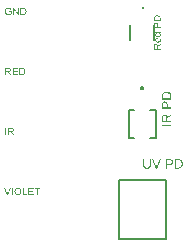
<source format=gbr>
G04 EAGLE Gerber RS-274X export*
G75*
%MOMM*%
%FSLAX34Y34*%
%LPD*%
%INSilkscreen Top*%
%IPPOS*%
%AMOC8*
5,1,8,0,0,1.08239X$1,22.5*%
G01*
G04 Define Apertures*
%ADD10C,0.200000*%
%ADD11C,0.100000*%
%ADD12C,0.127000*%
G36*
X155448Y339733D02*
X149536Y339733D01*
X149536Y341688D01*
X149547Y342053D01*
X149583Y342397D01*
X149642Y342719D01*
X149724Y343019D01*
X149830Y343298D01*
X149959Y343556D01*
X150112Y343792D01*
X150289Y344007D01*
X150487Y344198D01*
X150705Y344364D01*
X150943Y344504D01*
X151201Y344619D01*
X151479Y344708D01*
X151776Y344772D01*
X152094Y344810D01*
X152431Y344823D01*
X152874Y344801D01*
X153289Y344734D01*
X153674Y344622D01*
X154032Y344466D01*
X154355Y344269D01*
X154638Y344035D01*
X154880Y343764D01*
X155083Y343455D01*
X155243Y343115D01*
X155357Y342750D01*
X155425Y342360D01*
X155448Y341944D01*
X155448Y339733D01*
G37*
%LPC*%
G36*
X154806Y340535D02*
X154806Y341852D01*
X154788Y342168D01*
X154735Y342463D01*
X154646Y342739D01*
X154521Y342996D01*
X154362Y343228D01*
X154172Y343431D01*
X153951Y343607D01*
X153698Y343753D01*
X153418Y343869D01*
X153113Y343951D01*
X152784Y344001D01*
X152431Y344017D01*
X152164Y344008D01*
X151914Y343980D01*
X151680Y343933D01*
X151462Y343867D01*
X151261Y343782D01*
X151076Y343679D01*
X150907Y343556D01*
X150755Y343415D01*
X150619Y343256D01*
X150502Y343080D01*
X150403Y342888D01*
X150322Y342678D01*
X150259Y342452D01*
X150214Y342209D01*
X150187Y341949D01*
X150178Y341672D01*
X150178Y340535D01*
X154806Y340535D01*
G37*
%LPD*%
G36*
X155448Y315858D02*
X149536Y315858D01*
X149536Y318640D01*
X149543Y318883D01*
X149564Y319111D01*
X149598Y319325D01*
X149647Y319525D01*
X149710Y319711D01*
X149787Y319882D01*
X149878Y320039D01*
X149983Y320182D01*
X150100Y320310D01*
X150228Y320420D01*
X150367Y320513D01*
X150517Y320590D01*
X150678Y320649D01*
X150850Y320692D01*
X151033Y320717D01*
X151227Y320726D01*
X151543Y320702D01*
X151833Y320630D01*
X152097Y320510D01*
X152334Y320342D01*
X152538Y320131D01*
X152651Y319959D01*
X152701Y319885D01*
X152821Y319602D01*
X152901Y319282D01*
X153985Y319997D01*
X155448Y320961D01*
X155448Y320037D01*
X152993Y318502D01*
X152993Y316660D01*
X155448Y316660D01*
X155448Y315858D01*
G37*
%LPC*%
G36*
X152360Y316660D02*
X152360Y318594D01*
X152341Y318893D01*
X152286Y319156D01*
X152193Y319383D01*
X152064Y319574D01*
X151901Y319725D01*
X151709Y319833D01*
X151487Y319898D01*
X151235Y319920D01*
X150992Y319898D01*
X150780Y319832D01*
X150599Y319723D01*
X150448Y319570D01*
X150330Y319375D01*
X150245Y319142D01*
X150195Y318871D01*
X150178Y318560D01*
X150178Y316660D01*
X152360Y316660D01*
G37*
%LPD*%
G36*
X153199Y326514D02*
X152911Y326521D01*
X152642Y326540D01*
X152392Y326573D01*
X152160Y326618D01*
X151946Y326677D01*
X151752Y326749D01*
X151575Y326834D01*
X151418Y326932D01*
X151278Y327042D01*
X151158Y327166D01*
X151056Y327303D01*
X150972Y327453D01*
X150907Y327617D01*
X150861Y327793D01*
X150833Y327982D01*
X150824Y328184D01*
X150836Y328431D01*
X150871Y328657D01*
X150930Y328861D01*
X151013Y329044D01*
X151121Y329208D01*
X151257Y329355D01*
X151421Y329485D01*
X151613Y329598D01*
X151613Y329607D01*
X151105Y329598D01*
X149221Y329598D01*
X149221Y330353D01*
X154512Y330353D01*
X155101Y330360D01*
X155448Y330379D01*
X155448Y329657D01*
X155138Y329630D01*
X154718Y329615D01*
X154718Y329598D01*
X154921Y329485D01*
X155092Y329354D01*
X155233Y329207D01*
X155343Y329042D01*
X155426Y328859D01*
X155485Y328655D01*
X155520Y328430D01*
X155532Y328184D01*
X155523Y327976D01*
X155496Y327782D01*
X155450Y327603D01*
X155387Y327438D01*
X155306Y327287D01*
X155206Y327150D01*
X155089Y327027D01*
X154953Y326919D01*
X154799Y326824D01*
X154626Y326742D01*
X154435Y326672D01*
X154225Y326615D01*
X153996Y326571D01*
X153749Y326539D01*
X153483Y326520D01*
X153199Y326514D01*
G37*
%LPC*%
G36*
X153174Y327307D02*
X153616Y327323D01*
X153991Y327370D01*
X154298Y327449D01*
X154537Y327559D01*
X154717Y327704D01*
X154846Y327889D01*
X154891Y327996D01*
X154923Y328114D01*
X154942Y328240D01*
X154949Y328377D01*
X154942Y328532D01*
X154921Y328676D01*
X154886Y328809D01*
X154837Y328931D01*
X154775Y329042D01*
X154698Y329142D01*
X154608Y329231D01*
X154516Y329299D01*
X154504Y329309D01*
X154251Y329435D01*
X153936Y329526D01*
X153561Y329580D01*
X153123Y329598D01*
X152702Y329580D01*
X152342Y329526D01*
X152042Y329435D01*
X151802Y329309D01*
X151703Y329231D01*
X151618Y329142D01*
X151546Y329043D01*
X151487Y328933D01*
X151441Y328812D01*
X151408Y328681D01*
X151389Y328539D01*
X151382Y328385D01*
X151389Y328248D01*
X151408Y328120D01*
X151441Y328002D01*
X151487Y327894D01*
X151547Y327796D01*
X151619Y327708D01*
X151804Y327561D01*
X152047Y327450D01*
X152357Y327371D01*
X152732Y327323D01*
X153174Y327307D01*
G37*
%LPD*%
G36*
X155448Y334014D02*
X149536Y334014D01*
X149536Y336503D01*
X149543Y336744D01*
X149565Y336972D01*
X149601Y337185D01*
X149652Y337385D01*
X149718Y337570D01*
X149798Y337742D01*
X149892Y337899D01*
X150001Y338043D01*
X150124Y338171D01*
X150258Y338281D01*
X150404Y338375D01*
X150563Y338452D01*
X150733Y338511D01*
X150915Y338554D01*
X151109Y338580D01*
X151315Y338588D01*
X151519Y338580D01*
X151713Y338554D01*
X151896Y338511D01*
X152068Y338451D01*
X152229Y338374D01*
X152380Y338280D01*
X152520Y338169D01*
X152649Y338041D01*
X152765Y337898D01*
X152866Y337742D01*
X152951Y337575D01*
X153021Y337395D01*
X153075Y337203D01*
X153113Y336998D01*
X153137Y336782D01*
X153144Y336553D01*
X153144Y334816D01*
X155448Y334816D01*
X155448Y334014D01*
G37*
%LPC*%
G36*
X152511Y334816D02*
X152511Y336440D01*
X152492Y336754D01*
X152436Y337027D01*
X152344Y337258D01*
X152214Y337447D01*
X152047Y337594D01*
X151843Y337699D01*
X151602Y337762D01*
X151323Y337782D01*
X151055Y337761D01*
X150822Y337696D01*
X150625Y337589D01*
X150464Y337438D01*
X150339Y337245D01*
X150249Y337008D01*
X150196Y336729D01*
X150178Y336406D01*
X150178Y334816D01*
X152511Y334816D01*
G37*
%LPD*%
G36*
X153149Y321737D02*
X152876Y321745D01*
X152619Y321770D01*
X152379Y321811D01*
X152155Y321869D01*
X151948Y321943D01*
X151757Y322033D01*
X151582Y322140D01*
X151424Y322264D01*
X151283Y322402D01*
X151161Y322555D01*
X151058Y322722D01*
X150974Y322903D01*
X150908Y323098D01*
X150861Y323307D01*
X150833Y323531D01*
X150824Y323768D01*
X150833Y324010D01*
X150862Y324237D01*
X150909Y324448D01*
X150975Y324644D01*
X151059Y324823D01*
X151163Y324988D01*
X151286Y325136D01*
X151427Y325269D01*
X151587Y325386D01*
X151766Y325488D01*
X151964Y325574D01*
X152181Y325644D01*
X152417Y325699D01*
X152671Y325738D01*
X152944Y325762D01*
X153237Y325769D01*
X153337Y325769D01*
X153337Y322530D01*
X153705Y322550D01*
X154029Y322611D01*
X154307Y322712D01*
X154542Y322853D01*
X154727Y323033D01*
X154800Y323137D01*
X154860Y323251D01*
X154906Y323373D01*
X154939Y323505D01*
X154959Y323647D01*
X154965Y323797D01*
X154953Y324031D01*
X154916Y324239D01*
X154855Y324424D01*
X154768Y324584D01*
X154663Y324720D01*
X154545Y324832D01*
X154413Y324920D01*
X154269Y324985D01*
X154458Y325648D01*
X154710Y325530D01*
X154928Y325379D01*
X155112Y325197D01*
X155263Y324982D01*
X155381Y324734D01*
X155465Y324454D01*
X155515Y324142D01*
X155532Y323797D01*
X155523Y323553D01*
X155494Y323324D01*
X155448Y323110D01*
X155382Y322910D01*
X155298Y322726D01*
X155194Y322557D01*
X155073Y322403D01*
X154932Y322264D01*
X154773Y322140D01*
X154595Y322033D01*
X154400Y321943D01*
X154186Y321869D01*
X153954Y321811D01*
X153704Y321770D01*
X153435Y321745D01*
X153149Y321737D01*
G37*
%LPC*%
G36*
X152758Y322538D02*
X152758Y324989D01*
X152424Y324943D01*
X152138Y324866D01*
X151900Y324760D01*
X151711Y324624D01*
X151567Y324456D01*
X151464Y324256D01*
X151403Y324022D01*
X151382Y323755D01*
X151405Y323495D01*
X151474Y323263D01*
X151588Y323059D01*
X151749Y322885D01*
X151950Y322743D01*
X152185Y322638D01*
X152454Y322569D01*
X152758Y322538D01*
G37*
%LPD*%
G36*
X38923Y345200D02*
X36711Y345200D01*
X36711Y351112D01*
X38667Y351112D01*
X39031Y351101D01*
X39375Y351065D01*
X39697Y351006D01*
X39997Y350924D01*
X40276Y350818D01*
X40534Y350689D01*
X40770Y350536D01*
X40985Y350359D01*
X41176Y350161D01*
X41342Y349943D01*
X41482Y349705D01*
X41597Y349447D01*
X41686Y349169D01*
X41750Y348872D01*
X41788Y348554D01*
X41801Y348217D01*
X41779Y347774D01*
X41712Y347359D01*
X41601Y346974D01*
X41444Y346616D01*
X41248Y346293D01*
X41013Y346010D01*
X40742Y345768D01*
X40433Y345565D01*
X40093Y345405D01*
X39728Y345291D01*
X39338Y345223D01*
X38923Y345200D01*
G37*
%LPC*%
G36*
X38830Y345842D02*
X39146Y345860D01*
X39441Y345913D01*
X39717Y346003D01*
X39974Y346127D01*
X40206Y346286D01*
X40410Y346476D01*
X40585Y346697D01*
X40731Y346950D01*
X40847Y347230D01*
X40929Y347535D01*
X40979Y347864D01*
X40995Y348217D01*
X40986Y348484D01*
X40958Y348734D01*
X40911Y348968D01*
X40845Y349186D01*
X40760Y349387D01*
X40657Y349572D01*
X40534Y349741D01*
X40393Y349893D01*
X40234Y350029D01*
X40059Y350146D01*
X39866Y350245D01*
X39656Y350326D01*
X39430Y350389D01*
X39187Y350434D01*
X38927Y350461D01*
X38650Y350470D01*
X37513Y350470D01*
X37513Y345842D01*
X38830Y345842D01*
G37*
%LPD*%
G36*
X31206Y345200D02*
X30492Y345200D01*
X30492Y351112D01*
X31424Y351112D01*
X34621Y346043D01*
X34584Y346753D01*
X34571Y347235D01*
X34571Y351112D01*
X35293Y351112D01*
X35293Y345200D01*
X34328Y345200D01*
X31164Y350235D01*
X31185Y349828D01*
X31206Y349128D01*
X31206Y345200D01*
G37*
G36*
X26511Y345116D02*
X26064Y345139D01*
X25648Y345208D01*
X25264Y345324D01*
X24913Y345485D01*
X24597Y345690D01*
X24321Y345936D01*
X24084Y346222D01*
X23887Y346549D01*
X23732Y346912D01*
X23621Y347305D01*
X23554Y347729D01*
X23532Y348183D01*
X23544Y348533D01*
X23580Y348862D01*
X23641Y349171D01*
X23725Y349460D01*
X23834Y349729D01*
X23967Y349977D01*
X24123Y350204D01*
X24304Y350412D01*
X24507Y350597D01*
X24729Y350757D01*
X24971Y350892D01*
X25233Y351003D01*
X25514Y351090D01*
X25814Y351151D01*
X26134Y351188D01*
X26474Y351201D01*
X26942Y351180D01*
X27363Y351118D01*
X27739Y351014D01*
X28068Y350869D01*
X28357Y350678D01*
X28611Y350438D01*
X28829Y350148D01*
X29012Y349807D01*
X28249Y349581D01*
X28111Y349816D01*
X27949Y350016D01*
X27764Y350183D01*
X27554Y350315D01*
X27319Y350416D01*
X27058Y350488D01*
X26769Y350531D01*
X26453Y350546D01*
X26204Y350536D01*
X25971Y350507D01*
X25753Y350459D01*
X25550Y350391D01*
X25361Y350304D01*
X25188Y350198D01*
X25030Y350072D01*
X24888Y349927D01*
X24761Y349764D01*
X24651Y349586D01*
X24558Y349392D01*
X24482Y349182D01*
X24422Y348956D01*
X24380Y348714D01*
X24355Y348457D01*
X24346Y348183D01*
X24355Y347911D01*
X24382Y347653D01*
X24427Y347410D01*
X24490Y347181D01*
X24571Y346967D01*
X24670Y346768D01*
X24786Y346584D01*
X24921Y346415D01*
X25072Y346263D01*
X25236Y346131D01*
X25414Y346020D01*
X25606Y345929D01*
X25812Y345858D01*
X26031Y345807D01*
X26264Y345777D01*
X26511Y345766D01*
X26796Y345777D01*
X27071Y345811D01*
X27336Y345866D01*
X27592Y345943D01*
X27831Y346039D01*
X28046Y346150D01*
X28237Y346278D01*
X28404Y346421D01*
X28404Y347487D01*
X26637Y347487D01*
X26637Y348158D01*
X29142Y348158D01*
X29142Y346119D01*
X28894Y345893D01*
X28620Y345695D01*
X28318Y345523D01*
X27991Y345378D01*
X27642Y345264D01*
X27280Y345182D01*
X26903Y345132D01*
X26511Y345116D01*
G37*
G36*
X37954Y294400D02*
X35742Y294400D01*
X35742Y300312D01*
X37698Y300312D01*
X38063Y300301D01*
X38406Y300265D01*
X38728Y300206D01*
X39029Y300124D01*
X39308Y300018D01*
X39565Y299889D01*
X39801Y299736D01*
X40016Y299559D01*
X40208Y299361D01*
X40373Y299143D01*
X40514Y298905D01*
X40628Y298647D01*
X40718Y298369D01*
X40781Y298072D01*
X40820Y297754D01*
X40832Y297417D01*
X40810Y296974D01*
X40743Y296559D01*
X40632Y296174D01*
X40476Y295816D01*
X40279Y295493D01*
X40045Y295210D01*
X39773Y294968D01*
X39464Y294765D01*
X39125Y294605D01*
X38760Y294491D01*
X38369Y294423D01*
X37954Y294400D01*
G37*
%LPC*%
G36*
X37862Y295042D02*
X38177Y295060D01*
X38473Y295113D01*
X38749Y295203D01*
X39005Y295327D01*
X39237Y295486D01*
X39441Y295676D01*
X39616Y295897D01*
X39762Y296150D01*
X39878Y296430D01*
X39961Y296735D01*
X40010Y297064D01*
X40027Y297417D01*
X40017Y297684D01*
X39989Y297934D01*
X39942Y298168D01*
X39876Y298386D01*
X39792Y298587D01*
X39688Y298772D01*
X39566Y298941D01*
X39425Y299093D01*
X39266Y299229D01*
X39090Y299346D01*
X38897Y299445D01*
X38688Y299526D01*
X38461Y299589D01*
X38218Y299634D01*
X37958Y299661D01*
X37681Y299670D01*
X36544Y299670D01*
X36544Y295042D01*
X37862Y295042D01*
G37*
%LPD*%
G36*
X24606Y294400D02*
X23805Y294400D01*
X23805Y300312D01*
X26587Y300312D01*
X26830Y300305D01*
X27058Y300284D01*
X27272Y300250D01*
X27472Y300201D01*
X27658Y300138D01*
X27829Y300061D01*
X27986Y299970D01*
X28129Y299866D01*
X28256Y299748D01*
X28367Y299620D01*
X28460Y299481D01*
X28537Y299331D01*
X28596Y299170D01*
X28639Y298998D01*
X28664Y298815D01*
X28673Y298621D01*
X28649Y298305D01*
X28577Y298015D01*
X28457Y297751D01*
X28289Y297514D01*
X28078Y297310D01*
X27906Y297197D01*
X27832Y297147D01*
X27549Y297027D01*
X27229Y296947D01*
X27944Y295863D01*
X28907Y294400D01*
X27984Y294400D01*
X26449Y296855D01*
X24606Y296855D01*
X24606Y294400D01*
G37*
%LPC*%
G36*
X26541Y297488D02*
X26840Y297507D01*
X27103Y297562D01*
X27330Y297655D01*
X27521Y297784D01*
X27672Y297947D01*
X27780Y298139D01*
X27845Y298361D01*
X27867Y298613D01*
X27845Y298856D01*
X27779Y299068D01*
X27670Y299249D01*
X27516Y299400D01*
X27322Y299518D01*
X27089Y299603D01*
X26817Y299653D01*
X26507Y299670D01*
X24606Y299670D01*
X24606Y297488D01*
X26541Y297488D01*
G37*
%LPD*%
G36*
X34681Y294400D02*
X30024Y294400D01*
X30024Y300312D01*
X34509Y300312D01*
X34509Y299658D01*
X30825Y299658D01*
X30825Y297761D01*
X34258Y297761D01*
X34258Y297115D01*
X30825Y297115D01*
X30825Y295055D01*
X34681Y295055D01*
X34681Y294400D01*
G37*
G36*
X26981Y243600D02*
X26180Y243600D01*
X26180Y249512D01*
X28962Y249512D01*
X29205Y249505D01*
X29433Y249484D01*
X29647Y249450D01*
X29847Y249401D01*
X30033Y249338D01*
X30204Y249261D01*
X30361Y249170D01*
X30504Y249066D01*
X30631Y248948D01*
X30742Y248820D01*
X30835Y248681D01*
X30912Y248531D01*
X30971Y248370D01*
X31014Y248198D01*
X31039Y248015D01*
X31048Y247821D01*
X31024Y247505D01*
X30952Y247215D01*
X30832Y246951D01*
X30664Y246714D01*
X30453Y246510D01*
X30281Y246397D01*
X30207Y246347D01*
X29924Y246227D01*
X29604Y246147D01*
X30319Y245063D01*
X31282Y243600D01*
X30359Y243600D01*
X28824Y246055D01*
X26981Y246055D01*
X26981Y243600D01*
G37*
%LPC*%
G36*
X28916Y246688D02*
X29215Y246707D01*
X29478Y246762D01*
X29705Y246855D01*
X29896Y246984D01*
X30047Y247147D01*
X30155Y247339D01*
X30220Y247561D01*
X30242Y247813D01*
X30220Y248056D01*
X30154Y248268D01*
X30045Y248449D01*
X29891Y248600D01*
X29697Y248718D01*
X29464Y248803D01*
X29192Y248853D01*
X28882Y248870D01*
X26981Y248870D01*
X26981Y246688D01*
X28916Y246688D01*
G37*
%LPD*%
G36*
X24695Y243600D02*
X23893Y243600D01*
X23893Y249512D01*
X24695Y249512D01*
X24695Y243600D01*
G37*
G36*
X34530Y192716D02*
X34090Y192739D01*
X33682Y192808D01*
X33304Y192924D01*
X32958Y193085D01*
X32647Y193291D01*
X32375Y193537D01*
X32143Y193825D01*
X31949Y194153D01*
X31797Y194517D01*
X31688Y194910D01*
X31623Y195332D01*
X31601Y195783D01*
X31613Y196128D01*
X31649Y196454D01*
X31710Y196760D01*
X31795Y197047D01*
X31904Y197315D01*
X32037Y197563D01*
X32195Y197792D01*
X32377Y198001D01*
X32581Y198189D01*
X32803Y198351D01*
X33045Y198488D01*
X33305Y198601D01*
X33585Y198688D01*
X33884Y198751D01*
X34201Y198788D01*
X34538Y198801D01*
X34974Y198778D01*
X35380Y198711D01*
X35757Y198599D01*
X36103Y198442D01*
X36415Y198242D01*
X36688Y198002D01*
X36922Y197721D01*
X37117Y197399D01*
X37270Y197042D01*
X37379Y196653D01*
X37445Y196234D01*
X37467Y195783D01*
X37445Y195334D01*
X37378Y194914D01*
X37268Y194522D01*
X37112Y194160D01*
X36916Y193831D01*
X36681Y193544D01*
X36407Y193296D01*
X36095Y193090D01*
X35748Y192926D01*
X35372Y192809D01*
X34966Y192739D01*
X34530Y192716D01*
G37*
%LPC*%
G36*
X34530Y193366D02*
X34778Y193376D01*
X35012Y193406D01*
X35231Y193455D01*
X35435Y193524D01*
X35623Y193613D01*
X35798Y193722D01*
X35957Y193850D01*
X36101Y193998D01*
X36230Y194164D01*
X36341Y194346D01*
X36435Y194545D01*
X36512Y194760D01*
X36572Y194991D01*
X36615Y195239D01*
X36640Y195503D01*
X36649Y195783D01*
X36640Y196052D01*
X36614Y196306D01*
X36571Y196544D01*
X36511Y196769D01*
X36433Y196978D01*
X36338Y197172D01*
X36226Y197352D01*
X36097Y197516D01*
X35952Y197664D01*
X35793Y197792D01*
X35619Y197900D01*
X35431Y197989D01*
X35229Y198057D01*
X35013Y198107D01*
X34783Y198136D01*
X34538Y198146D01*
X34291Y198136D01*
X34059Y198107D01*
X33841Y198059D01*
X33638Y197991D01*
X33449Y197903D01*
X33275Y197797D01*
X33114Y197670D01*
X32969Y197525D01*
X32839Y197362D01*
X32726Y197183D01*
X32631Y196989D01*
X32553Y196779D01*
X32493Y196554D01*
X32449Y196312D01*
X32423Y196056D01*
X32415Y195783D01*
X32424Y195513D01*
X32450Y195256D01*
X32494Y195014D01*
X32555Y194786D01*
X32634Y194573D01*
X32730Y194374D01*
X32844Y194189D01*
X32975Y194019D01*
X33122Y193866D01*
X33282Y193734D01*
X33456Y193621D01*
X33644Y193530D01*
X33845Y193458D01*
X34060Y193407D01*
X34288Y193377D01*
X34530Y193366D01*
G37*
%LPD*%
G36*
X48025Y192800D02*
X43367Y192800D01*
X43367Y198712D01*
X47853Y198712D01*
X47853Y198058D01*
X44169Y198058D01*
X44169Y196161D01*
X47601Y196161D01*
X47601Y195515D01*
X44169Y195515D01*
X44169Y193455D01*
X48025Y193455D01*
X48025Y192800D01*
G37*
G36*
X26381Y192800D02*
X25551Y192800D01*
X23138Y198712D01*
X23981Y198712D01*
X25618Y194550D01*
X25970Y193505D01*
X26323Y194550D01*
X27951Y198712D01*
X28794Y198712D01*
X26381Y192800D01*
G37*
G36*
X51402Y192800D02*
X50605Y192800D01*
X50605Y198058D01*
X48574Y198058D01*
X48574Y198712D01*
X53433Y198712D01*
X53433Y198058D01*
X51402Y198058D01*
X51402Y192800D01*
G37*
G36*
X42375Y192800D02*
X38586Y192800D01*
X38586Y198712D01*
X39388Y198712D01*
X39388Y193455D01*
X42375Y193455D01*
X42375Y192800D01*
G37*
G36*
X30413Y192800D02*
X29612Y192800D01*
X29612Y198712D01*
X30413Y198712D01*
X30413Y192800D01*
G37*
G36*
X164338Y273442D02*
X156448Y273442D01*
X156448Y276052D01*
X156463Y276539D01*
X156510Y276997D01*
X156589Y277426D01*
X156699Y277828D01*
X156840Y278200D01*
X157013Y278544D01*
X157217Y278859D01*
X157453Y279146D01*
X157717Y279401D01*
X158008Y279622D01*
X158326Y279809D01*
X158670Y279963D01*
X159041Y280082D01*
X159438Y280167D01*
X159862Y280218D01*
X160312Y280235D01*
X160612Y280227D01*
X160903Y280205D01*
X161184Y280168D01*
X161456Y280116D01*
X161718Y280049D01*
X161971Y279967D01*
X162214Y279870D01*
X162448Y279759D01*
X162670Y279634D01*
X162879Y279496D01*
X163074Y279346D01*
X163257Y279183D01*
X163425Y279009D01*
X163580Y278821D01*
X163722Y278621D01*
X163851Y278409D01*
X163965Y278187D01*
X164064Y277956D01*
X164148Y277716D01*
X164216Y277468D01*
X164270Y277212D01*
X164308Y276948D01*
X164330Y276675D01*
X164338Y276393D01*
X164338Y273442D01*
G37*
%LPC*%
G36*
X163481Y274512D02*
X163481Y276270D01*
X163457Y276691D01*
X163386Y277086D01*
X163267Y277454D01*
X163100Y277796D01*
X162889Y278106D01*
X162636Y278378D01*
X162340Y278611D01*
X162003Y278807D01*
X161628Y278961D01*
X161222Y279071D01*
X160783Y279138D01*
X160312Y279160D01*
X159956Y279147D01*
X159622Y279109D01*
X159309Y279047D01*
X159019Y278959D01*
X158750Y278846D01*
X158503Y278708D01*
X158278Y278544D01*
X158074Y278356D01*
X157894Y278144D01*
X157738Y277909D01*
X157605Y277652D01*
X157497Y277373D01*
X157413Y277070D01*
X157353Y276746D01*
X157316Y276399D01*
X157304Y276029D01*
X157304Y274512D01*
X163481Y274512D01*
G37*
%LPD*%
G36*
X164338Y254317D02*
X156448Y254317D01*
X156448Y258030D01*
X156457Y258354D01*
X156485Y258658D01*
X156532Y258944D01*
X156597Y259211D01*
X156681Y259458D01*
X156783Y259687D01*
X156904Y259897D01*
X157044Y260088D01*
X157200Y260258D01*
X157371Y260405D01*
X157557Y260530D01*
X157757Y260632D01*
X157972Y260711D01*
X158202Y260768D01*
X158446Y260802D01*
X158704Y260813D01*
X158920Y260805D01*
X159127Y260781D01*
X159324Y260741D01*
X159514Y260685D01*
X159694Y260613D01*
X159866Y260525D01*
X160029Y260421D01*
X160183Y260301D01*
X160326Y260166D01*
X160455Y260020D01*
X160570Y259862D01*
X160612Y259791D01*
X160671Y259691D01*
X160759Y259508D01*
X160833Y259313D01*
X160893Y259106D01*
X160939Y258887D01*
X162386Y259840D01*
X164338Y261127D01*
X164338Y259895D01*
X161062Y257845D01*
X161062Y255387D01*
X164338Y255387D01*
X164338Y254317D01*
G37*
%LPC*%
G36*
X160216Y255387D02*
X160216Y257968D01*
X160210Y258174D01*
X160192Y258367D01*
X160161Y258548D01*
X160118Y258718D01*
X160062Y258875D01*
X159994Y259021D01*
X159914Y259154D01*
X159822Y259276D01*
X159718Y259384D01*
X159604Y259478D01*
X159481Y259557D01*
X159348Y259622D01*
X159205Y259673D01*
X159051Y259709D01*
X158889Y259731D01*
X158716Y259738D01*
X158549Y259731D01*
X158392Y259709D01*
X158245Y259672D01*
X158109Y259621D01*
X157983Y259555D01*
X157867Y259475D01*
X157761Y259380D01*
X157666Y259270D01*
X157581Y259147D01*
X157508Y259011D01*
X157395Y258700D01*
X157327Y258337D01*
X157304Y257923D01*
X157304Y255387D01*
X160216Y255387D01*
G37*
%LPD*%
G36*
X164338Y265786D02*
X156448Y265786D01*
X156448Y269107D01*
X156457Y269429D01*
X156487Y269733D01*
X156535Y270018D01*
X156603Y270284D01*
X156690Y270532D01*
X156797Y270760D01*
X156924Y270970D01*
X157069Y271162D01*
X157233Y271332D01*
X157412Y271480D01*
X157607Y271605D01*
X157818Y271708D01*
X158045Y271787D01*
X158288Y271844D01*
X158547Y271878D01*
X158822Y271890D01*
X159095Y271878D01*
X159353Y271844D01*
X159597Y271787D01*
X159827Y271707D01*
X160043Y271604D01*
X160244Y271479D01*
X160430Y271330D01*
X160603Y271159D01*
X160758Y270968D01*
X160892Y270761D01*
X161006Y270537D01*
X161098Y270297D01*
X161171Y270041D01*
X161222Y269768D01*
X161253Y269479D01*
X161264Y269174D01*
X161264Y266855D01*
X164338Y266855D01*
X164338Y265786D01*
G37*
%LPC*%
G36*
X160418Y266855D02*
X160418Y269023D01*
X160412Y269240D01*
X160393Y269443D01*
X160362Y269632D01*
X160319Y269807D01*
X160263Y269968D01*
X160195Y270115D01*
X160115Y270248D01*
X160022Y270367D01*
X159917Y270472D01*
X159799Y270563D01*
X159669Y270640D01*
X159527Y270703D01*
X159372Y270752D01*
X159205Y270787D01*
X159025Y270808D01*
X158833Y270815D01*
X158648Y270807D01*
X158475Y270786D01*
X158314Y270750D01*
X158164Y270700D01*
X158027Y270635D01*
X157902Y270556D01*
X157788Y270463D01*
X157687Y270355D01*
X157597Y270233D01*
X157519Y270097D01*
X157454Y269946D01*
X157400Y269781D01*
X157358Y269602D01*
X157328Y269408D01*
X157310Y269200D01*
X157304Y268978D01*
X157304Y266855D01*
X160418Y266855D01*
G37*
%LPD*%
G36*
X164338Y251247D02*
X156448Y251247D01*
X156448Y252317D01*
X164338Y252317D01*
X164338Y251247D01*
G37*
G36*
X170373Y215100D02*
X167422Y215100D01*
X167422Y222990D01*
X170032Y222990D01*
X170519Y222975D01*
X170977Y222928D01*
X171406Y222849D01*
X171808Y222739D01*
X172180Y222598D01*
X172524Y222425D01*
X172839Y222221D01*
X173126Y221985D01*
X173381Y221721D01*
X173602Y221430D01*
X173789Y221112D01*
X173943Y220768D01*
X174062Y220397D01*
X174147Y220000D01*
X174198Y219577D01*
X174215Y219126D01*
X174207Y218826D01*
X174185Y218535D01*
X174148Y218254D01*
X174096Y217982D01*
X174029Y217720D01*
X173947Y217467D01*
X173850Y217224D01*
X173739Y216990D01*
X173614Y216768D01*
X173476Y216559D01*
X173326Y216364D01*
X173163Y216181D01*
X172989Y216013D01*
X172801Y215858D01*
X172601Y215716D01*
X172389Y215587D01*
X172167Y215473D01*
X171936Y215374D01*
X171696Y215290D01*
X171448Y215222D01*
X171192Y215169D01*
X170928Y215130D01*
X170655Y215108D01*
X170373Y215100D01*
G37*
%LPC*%
G36*
X170250Y215957D02*
X170671Y215981D01*
X171066Y216052D01*
X171434Y216171D01*
X171776Y216338D01*
X172086Y216549D01*
X172358Y216802D01*
X172591Y217098D01*
X172787Y217435D01*
X172941Y217810D01*
X173051Y218216D01*
X173118Y218655D01*
X173140Y219126D01*
X173127Y219482D01*
X173089Y219816D01*
X173027Y220129D01*
X172939Y220419D01*
X172826Y220688D01*
X172688Y220935D01*
X172524Y221160D01*
X172336Y221364D01*
X172124Y221544D01*
X171889Y221700D01*
X171632Y221833D01*
X171353Y221941D01*
X171050Y222025D01*
X170726Y222085D01*
X170379Y222122D01*
X170009Y222134D01*
X168492Y222134D01*
X168492Y215957D01*
X170250Y215957D01*
G37*
%LPD*%
G36*
X160835Y215100D02*
X159766Y215100D01*
X159766Y222990D01*
X163087Y222990D01*
X163409Y222981D01*
X163713Y222952D01*
X163998Y222903D01*
X164264Y222835D01*
X164512Y222748D01*
X164740Y222641D01*
X164950Y222514D01*
X165142Y222369D01*
X165312Y222205D01*
X165460Y222026D01*
X165585Y221831D01*
X165688Y221620D01*
X165767Y221393D01*
X165824Y221150D01*
X165858Y220891D01*
X165870Y220616D01*
X165858Y220343D01*
X165824Y220085D01*
X165767Y219841D01*
X165687Y219611D01*
X165584Y219395D01*
X165459Y219194D01*
X165310Y219008D01*
X165139Y218835D01*
X164948Y218680D01*
X164741Y218546D01*
X164517Y218433D01*
X164277Y218340D01*
X164021Y218267D01*
X163748Y218216D01*
X163459Y218185D01*
X163154Y218174D01*
X160835Y218174D01*
X160835Y215100D01*
G37*
%LPC*%
G36*
X163003Y219020D02*
X163220Y219026D01*
X163423Y219045D01*
X163612Y219076D01*
X163787Y219119D01*
X163948Y219175D01*
X164095Y219243D01*
X164228Y219323D01*
X164347Y219416D01*
X164452Y219521D01*
X164543Y219639D01*
X164620Y219769D01*
X164683Y219911D01*
X164732Y220066D01*
X164767Y220233D01*
X164788Y220413D01*
X164795Y220605D01*
X164787Y220790D01*
X164766Y220963D01*
X164730Y221124D01*
X164680Y221274D01*
X164615Y221411D01*
X164536Y221536D01*
X164443Y221650D01*
X164335Y221751D01*
X164213Y221841D01*
X164077Y221919D01*
X163926Y221984D01*
X163761Y222038D01*
X163582Y222080D01*
X163388Y222110D01*
X163180Y222128D01*
X162958Y222134D01*
X160835Y222134D01*
X160835Y219020D01*
X163003Y219020D01*
G37*
%LPD*%
G36*
X143794Y214988D02*
X143325Y215010D01*
X142886Y215076D01*
X142479Y215186D01*
X142102Y215341D01*
X141761Y215537D01*
X141461Y215773D01*
X141201Y216050D01*
X140982Y216366D01*
X140808Y216718D01*
X140684Y217102D01*
X140641Y217306D01*
X140610Y217518D01*
X140591Y217739D01*
X140585Y217967D01*
X140585Y222990D01*
X141654Y222990D01*
X141654Y218057D01*
X141663Y217795D01*
X141689Y217549D01*
X141732Y217319D01*
X141792Y217106D01*
X141869Y216909D01*
X141963Y216729D01*
X142075Y216564D01*
X142203Y216416D01*
X142348Y216285D01*
X142508Y216171D01*
X142683Y216075D01*
X142874Y215996D01*
X143079Y215935D01*
X143300Y215891D01*
X143537Y215865D01*
X143788Y215856D01*
X144047Y215865D01*
X144290Y215892D01*
X144519Y215938D01*
X144734Y216001D01*
X144933Y216082D01*
X145118Y216182D01*
X145288Y216300D01*
X145443Y216436D01*
X145581Y216589D01*
X145701Y216759D01*
X145803Y216945D01*
X145886Y217149D01*
X145950Y217369D01*
X145997Y217606D01*
X146024Y217859D01*
X146034Y218130D01*
X146034Y222990D01*
X147098Y222990D01*
X147098Y218068D01*
X147091Y217833D01*
X147072Y217606D01*
X147040Y217387D01*
X146996Y217176D01*
X146869Y216780D01*
X146692Y216416D01*
X146468Y216089D01*
X146202Y215803D01*
X145894Y215559D01*
X145544Y215355D01*
X145156Y215194D01*
X144735Y215080D01*
X144281Y215011D01*
X143794Y214988D01*
G37*
G36*
X152360Y215100D02*
X151252Y215100D01*
X148032Y222990D01*
X149157Y222990D01*
X151341Y217435D01*
X151812Y216041D01*
X152282Y217435D01*
X154455Y222990D01*
X155580Y222990D01*
X152360Y215100D01*
G37*
D10*
X149700Y336200D02*
X149700Y324200D01*
X129700Y324200D02*
X129700Y336200D01*
D11*
X139700Y351200D02*
X139656Y351202D01*
X139613Y351208D01*
X139571Y351217D01*
X139529Y351230D01*
X139489Y351247D01*
X139450Y351267D01*
X139413Y351290D01*
X139379Y351317D01*
X139346Y351346D01*
X139317Y351379D01*
X139290Y351413D01*
X139267Y351450D01*
X139247Y351489D01*
X139230Y351529D01*
X139217Y351571D01*
X139208Y351613D01*
X139202Y351656D01*
X139200Y351700D01*
X139202Y351744D01*
X139208Y351787D01*
X139217Y351829D01*
X139230Y351871D01*
X139247Y351911D01*
X139267Y351950D01*
X139290Y351987D01*
X139317Y352021D01*
X139346Y352054D01*
X139379Y352083D01*
X139413Y352110D01*
X139450Y352133D01*
X139489Y352153D01*
X139529Y352170D01*
X139571Y352183D01*
X139613Y352192D01*
X139656Y352198D01*
X139700Y352200D01*
X139744Y352198D01*
X139787Y352192D01*
X139829Y352183D01*
X139871Y352170D01*
X139911Y352153D01*
X139950Y352133D01*
X139987Y352110D01*
X140021Y352083D01*
X140054Y352054D01*
X140083Y352021D01*
X140110Y351987D01*
X140133Y351950D01*
X140153Y351911D01*
X140170Y351871D01*
X140183Y351829D01*
X140192Y351787D01*
X140198Y351744D01*
X140200Y351700D01*
X140198Y351656D01*
X140192Y351613D01*
X140183Y351571D01*
X140170Y351529D01*
X140153Y351489D01*
X140133Y351450D01*
X140110Y351413D01*
X140083Y351379D01*
X140054Y351346D01*
X140021Y351317D01*
X139987Y351290D01*
X139950Y351267D01*
X139911Y351247D01*
X139871Y351230D01*
X139829Y351217D01*
X139787Y351208D01*
X139744Y351202D01*
X139700Y351200D01*
D12*
X146650Y264343D02*
X151200Y264343D01*
D10*
X138700Y283093D02*
X138702Y283156D01*
X138708Y283218D01*
X138718Y283280D01*
X138731Y283342D01*
X138749Y283402D01*
X138770Y283461D01*
X138795Y283519D01*
X138824Y283575D01*
X138856Y283629D01*
X138891Y283681D01*
X138929Y283730D01*
X138971Y283778D01*
X139015Y283822D01*
X139063Y283864D01*
X139112Y283902D01*
X139164Y283937D01*
X139218Y283969D01*
X139274Y283998D01*
X139332Y284023D01*
X139391Y284044D01*
X139451Y284062D01*
X139513Y284075D01*
X139575Y284085D01*
X139637Y284091D01*
X139700Y284093D01*
X139763Y284091D01*
X139825Y284085D01*
X139887Y284075D01*
X139949Y284062D01*
X140009Y284044D01*
X140068Y284023D01*
X140126Y283998D01*
X140182Y283969D01*
X140236Y283937D01*
X140288Y283902D01*
X140337Y283864D01*
X140385Y283822D01*
X140429Y283778D01*
X140471Y283730D01*
X140509Y283681D01*
X140544Y283629D01*
X140576Y283575D01*
X140605Y283519D01*
X140630Y283461D01*
X140651Y283402D01*
X140669Y283342D01*
X140682Y283280D01*
X140692Y283218D01*
X140698Y283156D01*
X140700Y283093D01*
X140698Y283030D01*
X140692Y282968D01*
X140682Y282906D01*
X140669Y282844D01*
X140651Y282784D01*
X140630Y282725D01*
X140605Y282667D01*
X140576Y282611D01*
X140544Y282557D01*
X140509Y282505D01*
X140471Y282456D01*
X140429Y282408D01*
X140385Y282364D01*
X140337Y282322D01*
X140288Y282284D01*
X140236Y282249D01*
X140182Y282217D01*
X140126Y282188D01*
X140068Y282163D01*
X140009Y282142D01*
X139949Y282124D01*
X139887Y282111D01*
X139825Y282101D01*
X139763Y282095D01*
X139700Y282093D01*
X139637Y282095D01*
X139575Y282101D01*
X139513Y282111D01*
X139451Y282124D01*
X139391Y282142D01*
X139332Y282163D01*
X139274Y282188D01*
X139218Y282217D01*
X139164Y282249D01*
X139112Y282284D01*
X139063Y282322D01*
X139015Y282364D01*
X138971Y282408D01*
X138929Y282456D01*
X138891Y282505D01*
X138856Y282557D01*
X138824Y282611D01*
X138795Y282667D01*
X138770Y282725D01*
X138749Y282784D01*
X138731Y282844D01*
X138718Y282906D01*
X138708Y282968D01*
X138702Y283030D01*
X138700Y283093D01*
D12*
X151200Y264343D02*
X151200Y241343D01*
X146650Y241343D01*
X132750Y241343D02*
X128200Y241343D01*
X128200Y264343D01*
X132750Y264343D01*
X119700Y205100D02*
X119700Y155100D01*
X119700Y205100D02*
X159700Y205100D01*
X159700Y155100D01*
X119700Y155100D01*
M02*

</source>
